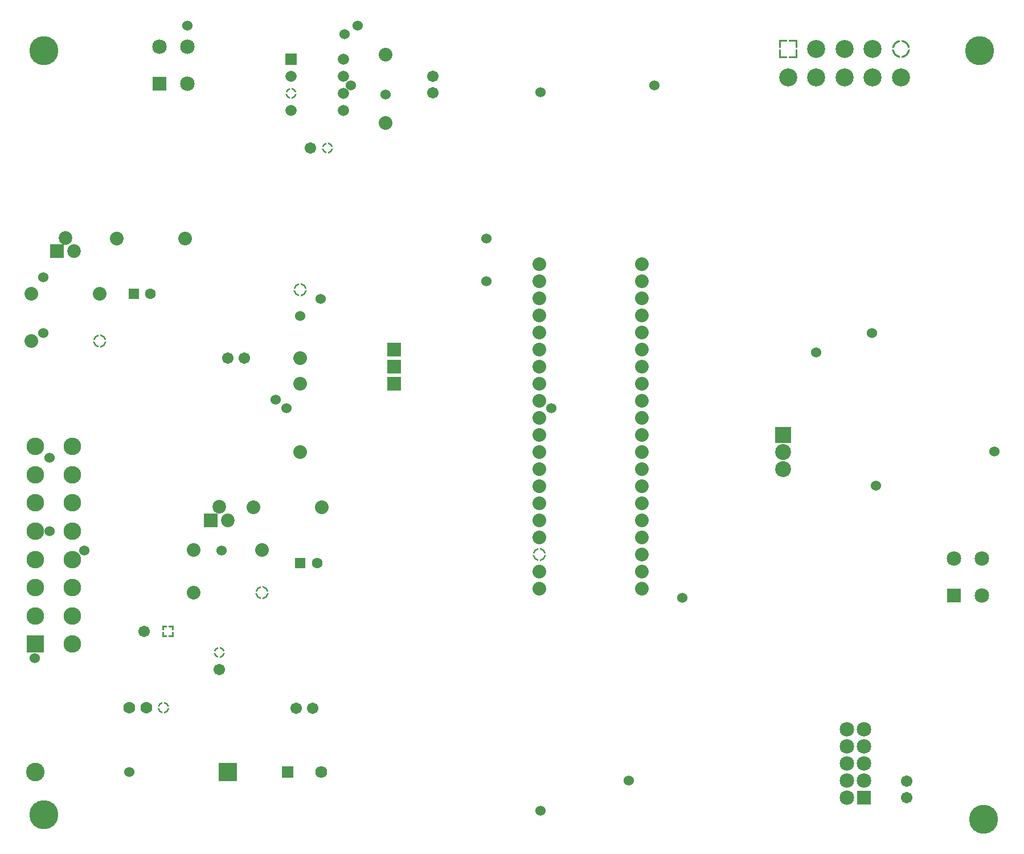
<source format=gbr>
G04 DesignSpark PCB Gerber Version 9.0 Build 5138 *
%FSLAX35Y35*%
%MOIN*%
%ADD124R,0.06331X0.06331*%
%ADD132R,0.06563X0.06563*%
%ADD122R,0.07020X0.07020*%
%ADD130R,0.07965X0.07965*%
%ADD135R,0.08000X0.08000*%
%ADD128R,0.08496X0.08496*%
%ADD126R,0.09323X0.09323*%
%ADD108R,0.10268X0.10268*%
%ADD114R,0.10858X0.10858*%
%ADD106C,0.06000*%
%ADD125C,0.06331*%
%ADD133C,0.06563*%
%ADD119C,0.06724*%
%ADD112C,0.06961*%
%ADD123C,0.07020*%
%ADD131C,0.07965*%
%ADD110C,0.08000*%
%ADD129C,0.08496*%
%ADD127C,0.09323*%
%ADD109C,0.10268*%
%ADD117C,0.10563*%
%ADD115C,0.10858*%
%ADD107C,0.16961*%
%AMT121*0 Thermal pad*4,1,6,0.02362,0.00500,0.02362,0.02362,0.00500,0.02362,0.00500,0.03362,0.03362,0.03362,0.03362,0.00500,0.02362,0.00500,0*4,1,6,-0.00500,0.02362,-0.02362,0.02362,-0.02362,0.00500,-0.03362,0.00500,-0.03362,0.03362,-0.00500,0.03362,-0.00500,0.02362,0*4,1,6,-0.02362,-0.00500,-0.02362,-0.02362,-0.00500,-0.02362,-0.00500,-0.03362,-0.03362,-0.03362,-0.03362,-0.00500,-0.02362,-0.00500,0*4,1,6,0.00500,-0.02362,0.02362,-0.02362,0.02362,-0.00500,0.03362,-0.00500,0.03362,-0.03362,0.00500,-0.03362,0.00500,-0.02362,0*%
%ADD121T121*%
%AMT116*0 Thermal pad*4,1,6,0.04281,0.00500,0.04281,0.04281,0.00500,0.04281,0.00500,0.05281,0.05281,0.05281,0.05281,0.00500,0.04281,0.00500,0*4,1,6,-0.00500,0.04281,-0.04281,0.04281,-0.04281,0.00500,-0.05281,0.00500,-0.05281,0.05281,-0.00500,0.05281,-0.00500,0.04281,0*4,1,6,-0.04281,-0.00500,-0.04281,-0.04281,-0.00500,-0.04281,-0.00500,-0.05281,-0.05281,-0.05281,-0.05281,-0.00500,-0.04281,-0.00500,0*4,1,6,0.00500,-0.04281,0.04281,-0.04281,0.04281,-0.00500,0.05281,-0.00500,0.05281,-0.05281,0.00500,-0.05281,0.00500,-0.04281,0*%
%ADD116T116*%
%AMT134*0 Thermal pad*7,0,0,0.06563,0.04563,0.01000,0*%
%ADD134T134*%
%AMT120*0 Thermal pad*7,0,0,0.06724,0.04724,0.01000,0*%
%ADD120T120*%
%AMT113*0 Thermal pad*7,0,0,0.06961,0.04961,0.01000,0*%
%ADD113T113*%
%AMT111*0 Thermal pad*7,0,0,0.08000,0.06000,0.01000,0*%
%ADD111T111*%
%AMT118*0 Thermal pad*7,0,0,0.10563,0.08563,0.01000,0*%
%ADD118T118*%
X0Y0D02*
D02*
D106*
X17549Y115009D03*
X22588Y305246D03*
Y338002D03*
X26368Y189340D03*
Y232175D03*
X46525Y178002D03*
X72982Y48238D03*
X106998Y485403D03*
X127155Y178002D03*
X158651Y266191D03*
X164950Y261151D03*
X173100Y315324D03*
X185108Y325403D03*
X198966Y480364D03*
X202746Y450128D03*
X206525Y485403D03*
X222903Y445088D03*
X282116Y335482D03*
Y360679D03*
X313612Y25561D03*
Y446348D03*
X319911Y261151D03*
X365265Y43198D03*
X380383Y450128D03*
X396761Y150285D03*
X474872Y293907D03*
X507628Y305246D03*
X510147Y215797D03*
X579439Y235954D03*
D02*
D107*
X23100Y23159D03*
Y470659D03*
X570600D03*
X573100Y20659D03*
D02*
D108*
X18100Y123159D03*
D02*
D109*
Y139694D03*
Y156230D03*
Y172765D03*
Y189301D03*
Y205836D03*
Y222372D03*
Y238907D03*
X39754Y123159D03*
Y139694D03*
Y156230D03*
Y172765D03*
Y189301D03*
Y205836D03*
Y222372D03*
Y238907D03*
D02*
D110*
X15600Y300659D03*
Y328159D03*
X55600D03*
X65738Y360659D03*
X105738D03*
X110600Y153159D03*
Y178159D03*
X145600Y203159D03*
X150600Y178159D03*
X173100Y235659D03*
Y275659D03*
Y290659D03*
X185600Y203159D03*
X223100Y428159D03*
Y468159D03*
X313100Y155659D03*
Y165659D03*
Y185659D03*
Y195659D03*
Y205659D03*
Y215659D03*
Y225659D03*
Y235659D03*
Y245659D03*
Y255659D03*
Y265659D03*
Y275659D03*
Y285659D03*
Y295659D03*
Y305659D03*
Y315659D03*
Y325659D03*
Y335659D03*
Y345659D03*
X373100Y155659D03*
Y165659D03*
Y175659D03*
Y185659D03*
Y195659D03*
Y205659D03*
Y215659D03*
Y225659D03*
Y235659D03*
Y245659D03*
Y255659D03*
Y265659D03*
Y275659D03*
Y285659D03*
Y295659D03*
Y305659D03*
Y315659D03*
Y325659D03*
Y335659D03*
Y345659D03*
D02*
D111*
X55600Y300659D03*
X150600Y153159D03*
X173100Y330659D03*
X313100Y175659D03*
D02*
D112*
X73100Y86033D03*
X83100D03*
D02*
D113*
X93100D03*
D02*
D114*
X130600Y48159D03*
D02*
D115*
X18002D03*
D02*
D116*
X458494Y471545D03*
D02*
D117*
Y455009D03*
X475029D03*
Y471545D03*
X491565Y455009D03*
Y471545D03*
X508100Y455009D03*
Y471545D03*
X524635Y455009D03*
D02*
D118*
Y471545D03*
D02*
D119*
X81820Y130659D03*
X125600Y108317D03*
X130600Y290659D03*
X140443D03*
X170600Y85659D03*
X179045Y413592D03*
X180443Y85659D03*
X250600Y445817D03*
Y455659D03*
X528100Y33159D03*
Y43002D03*
D02*
D120*
X125600Y118159D03*
X188887Y413592D03*
D02*
D121*
X95600Y130659D03*
D02*
D122*
X165600Y48159D03*
D02*
D123*
X185285D03*
D02*
D124*
X75600Y328159D03*
X173100Y170659D03*
D02*
D125*
X85443Y328159D03*
X182943Y170659D03*
D02*
D126*
X455600Y245659D03*
D02*
D127*
Y225659D03*
Y235659D03*
D02*
D128*
X90600Y451387D03*
X503100Y33159D03*
X555502Y151545D03*
D02*
D129*
X90600Y473041D03*
X107135Y451387D03*
Y473041D03*
X493100Y33159D03*
Y43159D03*
Y53159D03*
Y63159D03*
Y73159D03*
X503100Y43159D03*
Y53159D03*
Y63159D03*
Y73159D03*
X555502Y173198D03*
X572037Y151545D03*
Y173198D03*
D02*
D130*
X30600Y353159D03*
X120600Y195659D03*
D02*
D131*
X35600Y361033D03*
X40600Y353159D03*
X125600Y203533D03*
X130600Y195659D03*
D02*
D132*
X167726Y465659D03*
D02*
D133*
Y435659D03*
Y455659D03*
X198474Y435659D03*
Y445659D03*
Y455659D03*
Y465659D03*
D02*
D134*
X167726Y445659D03*
D02*
D135*
X228100Y275659D03*
Y285659D03*
Y295659D03*
X0Y0D02*
M02*

</source>
